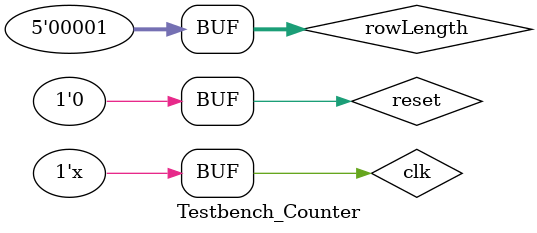
<source format=v>
`timescale 1ns / 1ps


module Testbench_Counter;

	// Inputs
	reg clk;
	reg reset;
	reg [4:0] rowLength;

	// Outputs
	wire [4:0] count;
	wire [4:0] countZero;

	// Instantiate the Unit Under Test (UUT)
	Counter CON (
		.clk(clk), 
		.reset(reset), 
		.rowLength(rowLength), 
		.count(count), 
		.countZero(countZero)
	);
	
	always #1 clk=~clk;

	initial begin
		// Initialize Inputs
		clk = 0;
		reset = 1;
		rowLength = 0;

		// Wait 100 ns for global reset to finish
		#100;
        
		// Add stimulus here
		#2 rowLength = 4;
		#2 reset = 0;
		#30;
		
		#2 rowLength = 1;
		#10;

	end
      
endmodule


</source>
